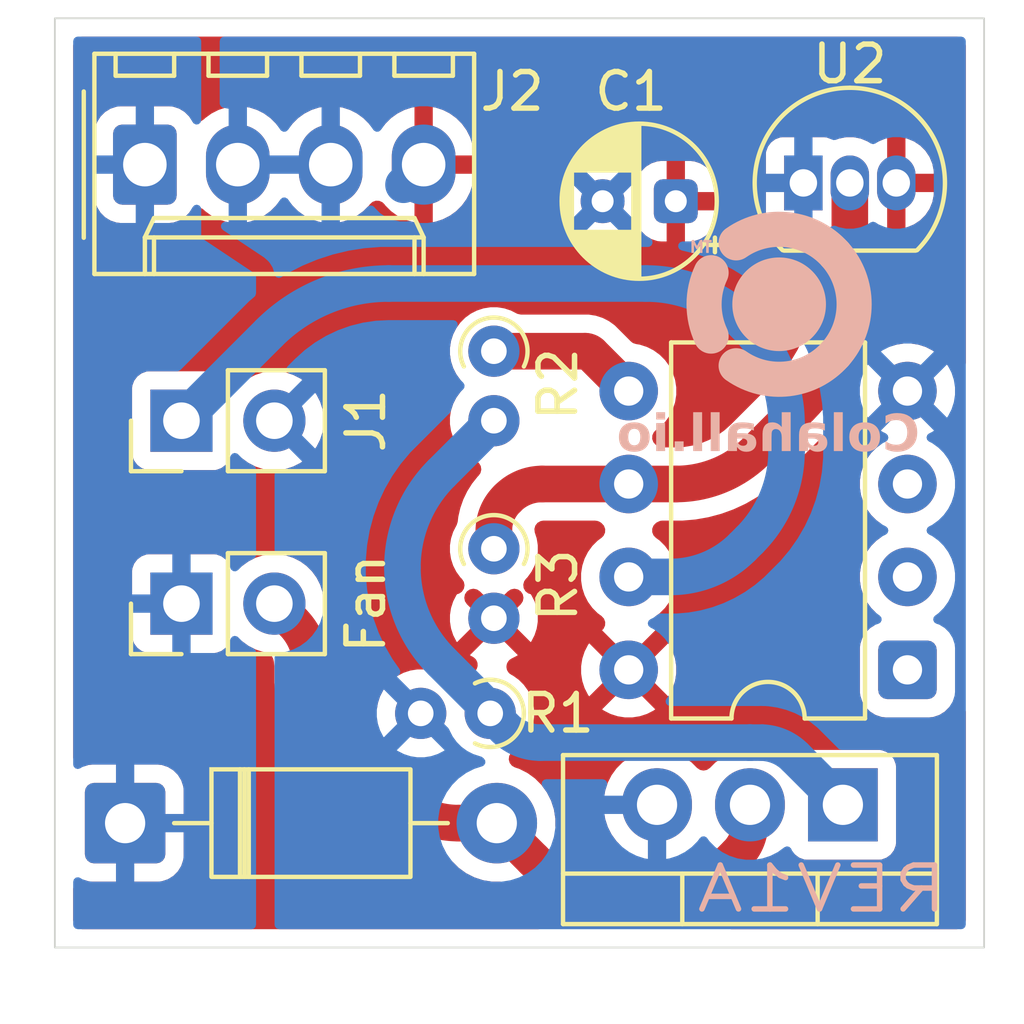
<source format=kicad_pcb>
(kicad_pcb (version 20241229) (generator "pcbnew") (generator_version "9.0")
  (layers (0 "F.Cu" signal) (2 "B.Cu" signal) (13 "F.Paste" user) (15 "B.Paste" user) (5 "F.SilkS" user "F.Silkscreen") (7 "B.SilkS" user "B.Silkscreen") (1 "F.Mask" user) (3 "B.Mask" user) (25 "Edge.Cuts" user))
  (net 0 "")
  (net 1 "GND")
  (net 2 "+5V")
  (net 3 "+12V")
  (net 4 "Net-(D1-A)")
  (net 5 "/UART_DEBUG_TX")
  (net 6 "Net-(Q1-G)")
  (net 7 "/PWM_SIGNAL")
  (net 10 "/TEMPERATURE_SIGNAL")
  (footprint "Resistor_THT:R_Axial_DIN0204_L3.6mm_D1.6mm_P1.90mm_Vertical" (layer "F.Cu") (at 42 44.5 -90)
    (property "Reference" "R3" (at 1 -1.75 270) (layer "F.SilkS"))
    (property "Value" "4.7k")
    (fp_arc (start 0.417133 0.82) (mid -0.92 0) (end 0.417133 -0.82) (stroke (width 0.12)) (layer "F.SilkS"))
    (pad "1" thru_hole circle (at 0 0 270) (size 1.4 1.4) (drill 0.7) (layers "*.Cu" "*.Mask") (net 10 "/TEMPERATURE_SIGNAL"))
    (pad "2" thru_hole circle (at 1.9 0 270) (size 1.4 1.4) (drill 0.7) (layers "*.Cu" "*.Mask") (net 2 "+5V"))
  )
  (footprint "Connector_PinHeader_2.54mm:PinHeader_1x02_P2.54mm_Vertical" (layer "F.Cu") (at 33.46 41 90)
    (property "Reference" "J1" (at 0 5.04 90) (layer "F.SilkS"))
    (property "Value" "UART_DBG" (hide yes))
    (fp_line (start -1.38 -1.38) (end 0 -1.38) (stroke (width 0.12)) (layer "F.SilkS"))
    (fp_line (start -1.38 0) (end -1.38 -1.38) (stroke (width 0.12)) (layer "F.SilkS"))
    (fp_line (start 1.38 1.27) (end 1.38 3.92) (stroke (width 0.12)) (layer "F.SilkS"))
    (fp_line (start -1.38 1.27) (end 1.38 1.27) (stroke (width 0.12)) (layer "F.SilkS"))
    (fp_line (start -1.38 1.27) (end -1.38 3.92) (stroke (width 0.12)) (layer "F.SilkS"))
    (fp_line (start -1.38 3.92) (end 1.38 3.92) (stroke (width 0.12)) (layer "F.SilkS"))
    (pad "1" thru_hole rect (at 0 0 90) (size 1.7 1.7) (drill 1) (layers "*.Cu" "*.Mask") (net 5 "/UART_DEBUG_TX"))
    (pad "2" thru_hole circle (at 0 2.54 90) (size 1.7 1.7) (drill 1) (layers "*.Cu" "*.Mask") (net 1 "GND"))
  )
  (footprint "Resistor_THT:R_Axial_DIN0204_L3.6mm_D1.6mm_P1.90mm_Vertical" (layer "F.Cu") (at 42 39.1 -90)
    (property "Reference" "R2" (at 0.9 -1.75 270) (layer "F.SilkS"))
    (property "Value" "100R")
    (fp_arc (start 0.417133 0.82) (mid -0.92 0) (end 0.417133 -0.82) (stroke (width 0.12)) (layer "F.SilkS"))
    (pad "1" thru_hole circle (at 0 0 270) (size 1.4 1.4) (drill 0.7) (layers "*.Cu" "*.Mask") (net 7 "/PWM_SIGNAL"))
    (pad "2" thru_hole circle (at 1.9 0 270) (size 1.4 1.4) (drill 0.7) (layers "*.Cu" "*.Mask") (net 6 "Net-(Q1-G)"))
  )
  (footprint "Diode_THT:D_DO-41_SOD81_P10.16mm_Horizontal" (layer "F.Cu") (at 31.92 52)
    (property "Reference" "D1" (hide yes))
    (property "Value" "1N4001")
    (fp_line (start 1.34 0) (end 2.36 0) (stroke (width 0.12)) (layer "F.SilkS"))
    (fp_line (start 3.14 -1.47) (end 3.14 1.47) (stroke (width 0.12)) (layer "F.SilkS"))
    (fp_line (start 3.26 -1.47) (end 3.26 1.47) (stroke (width 0.12)) (layer "F.SilkS"))
    (fp_line (start 3.38 -1.47) (end 3.38 1.47) (stroke (width 0.12)) (layer "F.SilkS"))
    (fp_line (start 8.82 0) (end 7.8 0) (stroke (width 0.12)) (layer "F.SilkS"))
    (fp_rect (start 2.36 -1.47) (end 7.8 1.47) (stroke (width 0.12)) (fill no) (layer "F.SilkS"))
    (pad "1" thru_hole roundrect (at 0 0) (size 2.2 2.2) (drill 1.1) (layers "*.Cu" "*.Mask") (roundrect_rratio 0.113636) (net 3 "+12V"))
    (pad "2" thru_hole circle (at 10.16 0) (size 2.2 2.2) (drill 1.1) (layers "*.Cu" "*.Mask") (net 4 "Net-(D1-A)"))
  )
  (footprint "Package_DIP:DIP-8_W7.62mm" (layer "F.Cu") (at 53.305 47.81 180)
    (property "Reference" "U1" (hide yes))
    (property "Value" "ATtiny85-20P")
    (fp_line (start 6.46 8.95) (end 6.46 -1.33) (stroke (width 0.12)) (layer "F.SilkS"))
    (fp_line (start 6.46 -1.33) (end 4.81 -1.33) (stroke (width 0.12)) (layer "F.SilkS"))
    (fp_line (start 2.81 -1.33) (end 1.16 -1.33) (stroke (width 0.12)) (layer "F.SilkS"))
    (fp_line (start 1.16 8.95) (end 6.46 8.95) (stroke (width 0.12)) (layer "F.SilkS"))
    (fp_line (start 1.16 -1.33) (end 1.16 8.95) (stroke (width 0.12)) (layer "F.SilkS"))
    (fp_arc (start 4.81 -1.33) (mid 3.81 -0.33) (end 2.81 -1.33) (stroke (width 0.12)) (layer "F.SilkS"))
    (pad "1" thru_hole roundrect (at 0 0 180) (size 1.6 1.6) (drill 0.8) (layers "*.Cu" "*.Mask") (roundrect_rratio 0.15625))
    (pad "2" thru_hole circle (at 0 2.54 180) (size 1.6 1.6) (drill 0.8) (layers "*.Cu" "*.Mask"))
    (pad "3" thru_hole circle (at 0 5.08 180) (size 1.6 1.6) (drill 0.8) (layers "*.Cu" "*.Mask"))
    (pad "4" thru_hole circle (at 0 7.62 180) (size 1.6 1.6) (drill 0.8) (layers "*.Cu" "*.Mask") (net 1 "GND"))
    (pad "5" thru_hole circle (at 7.62 7.62 180) (size 1.6 1.6) (drill 0.8) (layers "*.Cu" "*.Mask") (net 7 "/PWM_SIGNAL"))
    (pad "6" thru_hole circle (at 7.62 5.08 180) (size 1.6 1.6) (drill 0.8) (layers "*.Cu" "*.Mask") (net 10 "/TEMPERATURE_SIGNAL"))
    (pad "7" thru_hole circle (at 7.62 2.54 180) (size 1.6 1.6) (drill 0.8) (layers "*.Cu" "*.Mask") (net 5 "/UART_DEBUG_TX"))
    (pad "8" thru_hole circle (at 7.62 0 180) (size 1.6 1.6) (drill 0.8) (layers "*.Cu" "*.Mask") (net 2 "+5V"))
  )
  (footprint "Connector_PinHeader_2.54mm:PinHeader_1x02_P2.54mm_Vertical" (layer "F.Cu") (at 33.46 46 90)
    (property "Reference" "M1" (hide yes))
    (property "Value" "Fan" (at 0 5.04 90) (layer "F.SilkS"))
    (fp_line (start -1.38 -1.38) (end 0 -1.38) (stroke (width 0.12)) (layer "F.SilkS"))
    (fp_line (start -1.38 0) (end -1.38 -1.38) (stroke (width 0.12)) (layer "F.SilkS"))
    (fp_line (start 1.38 1.27) (end 1.38 3.92) (stroke (width 0.12)) (layer "F.SilkS"))
    (fp_line (start -1.38 1.27) (end 1.38 1.27) (stroke (width 0.12)) (layer "F.SilkS"))
    (fp_line (start -1.38 1.27) (end -1.38 3.92) (stroke (width 0.12)) (layer "F.SilkS"))
    (fp_line (start -1.38 3.92) (end 1.38 3.92) (stroke (width 0.12)) (layer "F.SilkS"))
    (pad "1" thru_hole rect (at 0 0 90) (size 1.7 1.7) (drill 1) (layers "*.Cu" "*.Mask") (net 3 "+12V"))
    (pad "2" thru_hole circle (at 0 2.54 90) (size 1.7 1.7) (drill 1) (layers "*.Cu" "*.Mask") (net 4 "Net-(D1-A)"))
  )
  (footprint "Package_TO_SOT_THT:TO-220-3_Vertical" (layer "F.Cu") (at 51.54 51.5 180)
    (property "Reference" "Q1" (hide yes))
    (property "Value" "IRF3808")
    (fp_line (start 7.65 1.36) (end -2.57 1.36) (stroke (width 0.12)) (layer "F.SilkS"))
    (fp_line (start 7.65 -3.26) (end 7.65 1.36) (stroke (width 0.12)) (layer "F.SilkS"))
    (fp_line (start 4.39 -3.26) (end 4.39 -1.88) (stroke (width 0.12)) (layer "F.SilkS"))
    (fp_line (start 0.69 -3.26) (end 0.69 -1.88) (stroke (width 0.12)) (layer "F.SilkS"))
    (fp_line (start -2.57 1.36) (end -2.57 -3.26) (stroke (width 0.12)) (layer "F.SilkS"))
    (fp_line (start -2.57 -1.88) (end 7.65 -1.88) (stroke (width 0.12)) (layer "F.SilkS"))
    (fp_line (start -2.57 -3.26) (end 7.65 -3.26) (stroke (width 0.12)) (layer "F.SilkS"))
    (pad "1" thru_hole rect (at 0 0 180) (size 1.905 2) (drill 1.1) (layers "*.Cu" "*.Mask") (net 6 "Net-(Q1-G)"))
    (pad "2" thru_hole oval (at 2.54 0 180) (size 1.905 2) (drill 1.1) (layers "*.Cu" "*.Mask") (net 4 "Net-(D1-A)"))
    (pad "3" thru_hole oval (at 5.08 0 180) (size 1.905 2) (drill 1.1) (layers "*.Cu" "*.Mask") (net 1 "GND"))
  )
  (footprint "Package_TO_SOT_THT:TO-92_Inline" (layer "F.Cu") (at 50.46 34.5)
    (property "Reference" "U2" (at 1.27 -3.25 0) (layer "F.SilkS"))
    (property "Value" "DS18B20")
    (fp_line (start -0.53 1.85) (end 3.07 1.85) (stroke (width 0.12)) (layer "F.SilkS"))
    (fp_arc (start -0.568478 1.838478) (mid -1.132087 -0.994977) (end 1.27 -2.6) (stroke (width 0.12)) (layer "F.SilkS"))
    (fp_arc (start 1.27 -2.6) (mid 3.672087 -0.994977) (end 3.108478 1.838478) (stroke (width 0.12)) (layer "F.SilkS"))
    (pad "1" thru_hole rect (at 0 0) (size 1.05 1.5) (drill 0.75) (layers "*.Cu" "*.Mask") (net 1 "GND"))
    (pad "2" thru_hole oval (at 1.27 0) (size 1.05 1.5) (drill 0.75) (layers "*.Cu" "*.Mask") (net 10 "/TEMPERATURE_SIGNAL"))
    (pad "3" thru_hole oval (at 2.54 0) (size 1.05 1.5) (drill 0.75) (layers "*.Cu" "*.Mask") (net 2 "+5V"))
  )
  (footprint "Connector_Molex:Molex_KK-254_AE-6410-04A_1x04_P2.54mm_Vertical" (layer "F.Cu") (at 32.46 34)
    (property "Reference" "J2" (at 10.04 -2 0) (layer "F.SilkS"))
    (property "Value" "Molex")
    (fp_line (start -1.67 -2) (end -1.67 2) (stroke (width 0.12)) (layer "F.SilkS"))
    (fp_line (start -1.38 -3.03) (end -1.38 2.99) (stroke (width 0.12)) (layer "F.SilkS"))
    (fp_line (start -1.38 2.99) (end 9 2.99) (stroke (width 0.12)) (layer "F.SilkS"))
    (fp_line (start -0.8 -3.03) (end -0.8 -2.43) (stroke (width 0.12)) (layer "F.SilkS"))
    (fp_line (start -0.8 -2.43) (end 0.8 -2.43) (stroke (width 0.12)) (layer "F.SilkS"))
    (fp_line (start 0 1.99) (end 0.25 1.46) (stroke (width 0.12)) (layer "F.SilkS"))
    (fp_line (start 0 1.99) (end 7.62 1.99) (stroke (width 0.12)) (layer "F.SilkS"))
    (fp_line (start 0 2.99) (end 0 1.99) (stroke (width 0.12)) (layer "F.SilkS"))
    (fp_line (start 0.25 1.46) (end 7.37 1.46) (stroke (width 0.12)) (layer "F.SilkS"))
    (fp_line (start 0.25 2.99) (end 0.25 1.99) (stroke (width 0.12)) (layer "F.SilkS"))
    (fp_line (start 0.8 -2.43) (end 0.8 -3.03) (stroke (width 0.12)) (layer "F.SilkS"))
    (fp_line (start 1.74 -3.03) (end 1.74 -2.43) (stroke (width 0.12)) (layer "F.SilkS"))
    (fp_line (start 1.74 -2.43) (end 3.34 -2.43) (stroke (width 0.12)) (layer "F.SilkS"))
    (fp_line (start 3.34 -2.43) (end 3.34 -3.03) (stroke (width 0.12)) (layer "F.SilkS"))
    (fp_line (start 4.28 -3.03) (end 4.28 -2.43) (stroke (width 0.12)) (layer "F.SilkS"))
    (fp_line (start 4.28 -2.43) (end 5.88 -2.43) (stroke (width 0.12)) (layer "F.SilkS"))
    (fp_line (start 5.88 -2.43) (end 5.88 -3.03) (stroke (width 0.12)) (layer "F.SilkS"))
    (fp_line (start 6.82 -3.03) (end 6.82 -2.43) (stroke (width 0.12)) (layer "F.SilkS"))
    (fp_line (start 6.82 -2.43) (end 8.42 -2.43) (stroke (width 0.12)) (layer "F.SilkS"))
    (fp_line (start 7.37 1.46) (end 7.62 1.99) (stroke (width 0.12)) (layer "F.SilkS"))
    (fp_line (start 7.37 2.99) (end 7.37 1.99) (stroke (width 0.12)) (layer "F.SilkS"))
    (fp_line (start 7.62 1.99) (end 7.62 2.99) (stroke (width 0.12)) (layer "F.SilkS"))
    (fp_line (start 8.42 -2.43) (end 8.42 -3.03) (stroke (width 0.12)) (layer "F.SilkS"))
    (fp_line (start 9 -3.03) (end -1.38 -3.03) (stroke (width 0.12)) (layer "F.SilkS"))
    (fp_line (start 9 2.99) (end 9 -3.03) (stroke (width 0.12)) (layer "F.SilkS"))
    (pad "1" thru_hole roundrect (at 0 0) (size 1.74 2.19) (drill 1.19) (layers "*.Cu" "*.Mask") (roundrect_rratio 0.143678) (net 3 "+12V"))
    (pad "2" thru_hole oval (at 2.54 0) (size 1.74 2.19) (drill 1.19) (layers "*.Cu" "*.Mask") (net 1 "GND"))
    (pad "3" thru_hole oval (at 5.08 0) (size 1.74 2.19) (drill 1.19) (layers "*.Cu" "*.Mask") (net 1 "GND"))
    (pad "4" thru_hole oval (at 7.62 0) (size 1.74 2.19) (drill 1.19) (layers "*.Cu" "*.Mask") (net 2 "+5V"))
  )
  (footprint "Capacitor_THT:CP_Radial_D4.0mm_P2.00mm" (layer "F.Cu") (at 46.9726 35 180)
    (property "Reference" "C1" (at 1.2226 3 0) (layer "F.SilkS"))
    (property "Value" "0.1u")
    (fp_line (start 3.08 -0.37) (end 3.08 0.37) (stroke (width 0.12)) (layer "F.SilkS"))
    (fp_line (start 3.04 -0.537) (end 3.04 0.537) (stroke (width 0.12)) (layer "F.SilkS"))
    (fp_line (start 3 -0.663) (end 3 0.663) (stroke (width 0.12)) (layer "F.SilkS"))
    (fp_line (start 2.96 -0.768) (end 2.96 0.768) (stroke (width 0.12)) (layer "F.SilkS"))
    (fp_line (start 2.92 -0.859) (end 2.92 0.859) (stroke (width 0.12)) (layer "F.SilkS"))
    (fp_line (start 2.88 -0.94) (end 2.88 0.94) (stroke (width 0.12)) (layer "F.SilkS"))
    (fp_line (start 2.84 -1.013) (end 2.84 1.013) (stroke (width 0.12)) (layer "F.SilkS"))
    (fp_line (start 2.8 0.84) (end 2.8 1.08) (stroke (width 0.12)) (layer "F.SilkS"))
    (fp_line (start 2.8 -1.08) (end 2.8 -0.84) (stroke (width 0.12)) (layer "F.SilkS"))
    (fp_line (start 2.76 0.84) (end 2.76 1.142) (stroke (width 0.12)) (layer "F.SilkS"))
    (fp_line (start 2.76 -1.142) (end 2.76 -0.84) (stroke (width 0.12)) (layer "F.SilkS"))
    (fp_line (start 2.72 0.84) (end 2.72 1.199) (stroke (width 0.12)) (layer "F.SilkS"))
    (fp_line (start 2.72 -1.199) (end 2.72 -0.84) (stroke (width 0.12)) (layer "F.SilkS"))
    (fp_line (start 2.68 0.84) (end 2.68 1.253) (stroke (width 0.12)) (layer "F.SilkS"))
    (fp_line (start 2.68 -1.253) (end 2.68 -0.84) (stroke (width 0.12)) (layer "F.SilkS"))
    (fp_line (start 2.64 0.84) (end 2.64 1.303) (stroke (width 0.12)) (layer "F.SilkS"))
    (fp_line (start 2.64 -1.303) (end 2.64 -0.84) (stroke (width 0.12)) (layer "F.SilkS"))
    (fp_line (start 2.6 0.84) (end 2.6 1.351) (stroke (width 0.12)) (layer "F.SilkS"))
    (fp_line (start 2.6 -1.351) (end 2.6 -0.84) (stroke (width 0.12)) (layer "F.SilkS"))
    (fp_line (start 2.56 0.84) (end 2.56 1.396) (stroke (width 0.12)) (layer "F.SilkS"))
    (fp_line (start 2.56 -1.396) (end 2.56 -0.84) (stroke (width 0.12)) (layer "F.SilkS"))
    (fp_line (start 2.52 0.84) (end 2.52 1.438) (stroke (width 0.12)) (layer "F.SilkS"))
    (fp_line (start 2.52 -1.438) (end 2.52 -0.84) (stroke (width 0.12)) (layer "F.SilkS"))
    (fp_line (start 2.48 0.84) (end 2.48 1.478) (stroke (width 0.12)) (layer "F.SilkS"))
    (fp_line (start 2.48 -1.478) (end 2.48 -0.84) (stroke (width 0.12)) (layer "F.SilkS"))
    (fp_line (start 2.44 0.84) (end 2.44 1.516) (stroke (width 0.12)) (layer "F.SilkS"))
    (fp_line (start 2.44 -1.516) (end 2.44 -0.84) (stroke (width 0.12)) (layer "F.SilkS"))
    (fp_line (start 2.4 0.84) (end 2.4 1.552) (stroke (width 0.12)) (layer "F.SilkS"))
    (fp_line (start 2.4 -1.552) (end 2.4 -0.84) (stroke (width 0.12)) (layer "F.SilkS"))
    (fp_line (start 2.36 0.84) (end 2.36 1.586) (stroke (width 0.12)) (layer "F.SilkS"))
    (fp_line (start 2.36 -1.586) (end 2.36 -0.84) (stroke (width 0.12)) (layer "F.SilkS"))
    (fp_line (start 2.32 0.84) (end 2.32 1.619) (stroke (width 0.12)) (layer "F.SilkS"))
    (fp_line (start 2.32 -1.619) (end 2.32 -0.84) (stroke (width 0.12)) (layer "F.SilkS"))
    (fp_line (start 2.28 0.84) (end 2.28 1.65) (stroke (width 0.12)) (layer "F.SilkS"))
    (fp_line (start 2.28 -1.65) (end 2.28 -0.84) (stroke (width 0.12)) (layer "F.SilkS"))
    (fp_line (start 2.24 0.84) (end 2.24 1.68) (stroke (width 0.12)) (layer "F.SilkS"))
    (fp_line (start 2.24 -1.68) (end 2.24 -0.84) (stroke (width 0.12)) (layer "F.SilkS"))
    (fp_line (start 2.2 0.84) (end 2.2 1.708) (stroke (width 0.12)) (layer "F.SilkS"))
    (fp_line (start 2.2 -1.708) (end 2.2 -0.84) (stroke (width 0.12)) (layer "F.SilkS"))
    (fp_line (start 2.16 0.84) (end 2.16 1.734) (stroke (width 0.12)) (layer "F.SilkS"))
    (fp_line (start 2.16 -1.734) (end 2.16 -0.84) (stroke (width 0.12)) (layer "F.SilkS"))
    (fp_line (start 2.12 0.84) (end 2.12 1.76) (stroke (width 0.12)) (layer "F.SilkS"))
    (fp_line (start 2.12 -1.76) (end 2.12 -0.84) (stroke (width 0.12)) (layer "F.SilkS"))
    (fp_line (start 2.08 0.84) (end 2.08 1.784) (stroke (width 0.12)) (layer "F.SilkS"))
    (fp_line (start 2.08 -1.784) (end 2.08 -0.84) (stroke (width 0.12)) (layer "F.SilkS"))
    (fp_line (start 2.04 0.84) (end 2.04 1.807) (stroke (width 0.12)) (layer "F.SilkS"))
    (fp_line (start 2.04 -1.807) (end 2.04 -0.84) (stroke (width 0.12)) (layer "F.SilkS"))
    (fp_line (start 2 0.84) (end 2 1.829) (stroke (width 0.12)) (layer "F.SilkS"))
    (fp_line (start 2 -1.829) (end 2 -0.84) (stroke (width 0.12)) (layer "F.SilkS"))
    (fp_line (start 1.96 0.84) (end 1.96 1.85) (stroke (width 0.12)) (layer "F.SilkS"))
    (fp_line (start 1.96 -1.85) (end 1.96 -0.84) (stroke (width 0.12)) (layer "F.SilkS"))
    (fp_line (start 1.92 0.84) (end 1.92 1.87) (stroke (width 0.12)) (layer "F.SilkS"))
    (fp_line (start 1.92 -1.87) (end 1.92 -0.84) (stroke (width 0.12)) (layer "F.SilkS"))
    (fp_line (start 1.88 0.84) (end 1.88 1.889) (stroke (width 0.12)) (layer "F.SilkS"))
    (fp_line (start 1.88 -1.889) (end 1.88 -0.84) (stroke (width 0.12)) (layer "F.SilkS"))
    (fp_line (start 1.84 0.84) (end 1.84 1.906) (stroke (width 0.12)) (layer "F.SilkS"))
    (fp_line (start 1.84 -1.906) (end 1.84 -0.84) (stroke (width 0.12)) (layer "F.SilkS"))
    (fp_line (start 1.8 0.84) (end 1.8 1.923) (stroke (width 0.12)) (layer "F.SilkS"))
    (fp_line (start 1.8 -1.923) (end 1.8 -0.84) (stroke (width 0.12)) (layer "F.SilkS"))
    (fp_line (start 1.76 0.84) (end 1.76 1.939) (stroke (width 0.12)) (layer "F.SilkS"))
    (fp_line (start 1.76 -1.939) (end 1.76 -0.84) (stroke (width 0.12)) (layer "F.SilkS"))
    (fp_line (start 1.72 0.84) (end 1.72 1.954) (stroke (width 0.12)) (layer "F.SilkS"))
    (fp_line (start 1.72 -1.954) (end 1.72 -0.84) (stroke (width 0.12)) (layer "F.SilkS"))
    (fp_line (start 1.68 0.84) (end 1.68 1.968) (stroke (width 0.12)) (layer "F.SilkS"))
    (fp_line (start 1.68 -1.968) (end 1.68 -0.84) (stroke (width 0.12)) (layer "F.SilkS"))
    (fp_line (start 1.64 0.84) (end 1.64 1.981) (stroke (width 0.12)) (layer "F.SilkS"))
    (fp_line (start 1.64 -1.981) (end 1.64 -0.84) (stroke (width 0.12)) (layer "F.SilkS"))
    (fp_line (start 1.6 0.84) (end 1.6 1.993) (stroke (width 0.12)) (layer "F.SilkS"))
    (fp_line (start 1.6 -1.993) (end 1.6 -0.84) (stroke (width 0.12)) (layer "F.SilkS"))
    (fp_line (start 1.56 0.84) (end 1.56 2.005) (stroke (width 0.12)) (layer "F.SilkS"))
    (fp_line (start 1.56 -2.005) (end 1.56 -0.84) (stroke (width 0.12)) (layer "F.SilkS"))
    (fp_line (start 1.52 0.84) (end 1.52 2.015) (stroke (width 0.12)) (layer "F.SilkS"))
    (fp_line (start 1.52 -2.015) (end 1.52 -0.84) (stroke (width 0.12)) (layer "F.SilkS"))
    (fp_line (start 1.48 0.84) (end 1.48 2.025) (stroke (width 0.12)) (layer "F.SilkS"))
    (fp_line (start 1.48 -2.025) (end 1.48 -0.84) (stroke (width 0.12)) (layer "F.SilkS"))
    (fp_line (start 1.44 0.84) (end 1.44 2.034) (stroke (width 0.12)) (layer "F.SilkS"))
    (fp_line (start 1.44 -2.034) (end 1.44 -0.84) (stroke (width 0.12)) (layer "F.SilkS"))
    (fp_line (start 1.4 0.84) (end 1.4 2.042) (stroke (width 0.12)) (layer "F.SilkS"))
    (fp_line (start 1.4 -2.042) (end 1.4 -0.84) (stroke (width 0.12)) (layer "F.SilkS"))
    (fp_line (start 1.36 0.84) (end 1.36 2.049) (stroke (width 0.12)) (layer "F.SilkS"))
    (fp_line (start 1.36 -2.049) (end 1.36 -0.84) (stroke (width 0.12)) (layer "F.SilkS"))
    (fp_line (start 1.32 0.84) (end 1.32 2.056) (stroke (width 0.12)) (layer "F.SilkS"))
    (fp_line (start 1.32 -2.056) (end 1.32 -0.84) (stroke (width 0.12)) (layer "F.SilkS"))
    (fp_line (start 1.28 0.84) (end 1.28 2.061) (stroke (width 0.12)) (layer "F.SilkS"))
    (fp_line (start 1.28 -2.061) (end 1.28 -0.84) (stroke (width 0.12)) (layer "F.SilkS"))
    (fp_line (start 1.24 0.84) (end 1.24 2.066) (stroke (width 0.12)) (layer "F.SilkS"))
    (fp_line (start 1.24 -2.066) (end 1.24 -0.84) (stroke (width 0.12)) (layer "F.SilkS"))
    (fp_line (start 1.2 0.84) (end 1.2 2.071) (stroke (width 0.12)) (layer "F.SilkS"))
    (fp_line (start 1.2 -2.071) (end 1.2 -0.84) (stroke (width 0.12)) (layer "F.SilkS"))
    (fp_line (start 1.16 -2.074) (end 1.16 2.074) (stroke (width 0.12)) (layer "F.SilkS"))
    (fp_line (start 1.12 -2.077) (end 1.12 2.077) (stroke (width 0.12)) (layer "F.SilkS"))
    (fp_line (start 1.08 -2.078) (end 1.08 2.078) (stroke (width 0.12)) (layer "F.SilkS"))
    (fp_line (start 1.04 -2.08) (end 1.04 2.08) (stroke (width 0.12)) (layer "F.SilkS"))
    (fp_line (start 1 -2.08) (end 1 2.08) (stroke (width 0.12)) (layer "F.SilkS"))
    (fp_line (start -1.069801 -1.395) (end -1.069801 -0.995) (stroke (width 0.12)) (layer "F.SilkS"))
    (fp_line (start -1.269801 -1.195) (end -0.869801 -1.195) (stroke (width 0.12)) (layer "F.SilkS"))
    (fp_circle (center 1 0) (end 3.12 0) (stroke (width 0.12)) (fill no) (layer "F.SilkS"))
    (pad "1" thru_hole roundrect (at 0 0 180) (size 1.2 1.2) (drill 0.6) (layers "*.Cu" "*.Mask") (roundrect_rratio 0.208333) (net 2 "+5V"))
    (pad "2" thru_hole circle (at 2 0 180) (size 1.2 1.2) (drill 0.6) (layers "*.Cu" "*.Mask") (net 1 "GND"))
  )
  (footprint "Resistor_THT:R_Axial_DIN0204_L3.6mm_D1.6mm_P1.90mm_Vertical" (layer "F.Cu") (at 41.9 49 180)
    (property "Reference" "R1" (at -1.85 0 180) (layer "F.SilkS"))
    (property "Value" "10k")
    (fp_arc (start 0.417133 0.82) (mid -0.92 0) (end 0.417133 -0.82) (stroke (width 0.12)) (layer "F.SilkS"))
    (pad "1" thru_hole circle (at 0 0 180) (size 1.4 1.4) (drill 0.7) (layers "*.Cu" "*.Mask") (net 6 "Net-(Q1-G)"))
    (pad "2" thru_hole circle (at 1.9 0 180) (size 1.4 1.4) (drill 0.7) (layers "*.Cu" "*.Mask") (net 1 "GND"))
  )
  (gr_curve (pts (xy 51.329247 36.454798) (xy 50.637783 35.677805) (xy 49.474028 35.541781) (xy 48.622015 36.138367)) (stroke (width 0.96) (color 82 110 182 1)) (layer "B.SilkS"))
  (gr_curve (pts (xy 48.622014 39.496891) (xy 49.474028 40.093477) (xy 50.637783 39.957454) (xy 51.329248 39.180461)) (stroke (width 0.96) (color 82 110 182 1)) (layer "B.SilkS"))
  (gr_poly (pts (xy 47.730086 36.114107) (xy 47.811366 36.114107) (xy 47.811366 36.403667) (xy 47.864706 36.403667) (xy 47.864706 36.114107) (xy 47.946409 36.114107) (xy 47.946409 36.067964) (xy 47.730086 36.067964)) (stroke (width 0.02)) (fill yes) (layer "B.SilkS"))
  (gr_poly (pts (xy 47.661906 36.067982) (xy 47.660249 36.068037) (xy 47.658652 36.068128) (xy 47.657114 36.068255) (xy 47.655635 36.068419) (xy 47.654216 36.068619) (xy 47.652857 36.068855) (xy 47.651557 36.069128) (xy 47.650317 36.069437) (xy 47.649136 36.069783) (xy 47.648015 36.070165) (xy 47.646954 36.070583) (xy 47.645951 36.071038) (xy 47.645009 36.071529) (xy 47.644126 36.072057) (xy 47.643302 36.072621) (xy 47.642512 36.07318) (xy 47.641728 36.073798) (xy 47.640951 36.074476) (xy 47.64018 36.075214) (xy 47.639416 36.076011) (xy 47.638659 36.076867) (xy 47.637908 36.077783) (xy 47.637164 36.078759) (xy 47.636426 36.079794) (xy 47.635695 36.080889) (xy 47.634971 36.082043) (xy 47.634254 36.083257) (xy 47.633542 36.08453) (xy 47.632838 36.085863) (xy 47.63214 36.087255) (xy 47.631449 36.088707) (xy 47.551439 36.241954) (xy 47.461269 36.067964) (xy 47.445183 36.067964) (xy 47.442846 36.067997) (xy 47.440599 36.068096) (xy 47.438441 36.068262) (xy 47.436372 36.068493) (xy 47.434393 36.068791) (xy 47.432503 36.069155) (xy 47.430702 36.069585) (xy 47.42899 36.070081) (xy 47.427368 36.070643) (xy 47.425835 36.071271) (xy 47.424392 36.071966) (xy 47.423037 36.072727) (xy 47.421772 36.073553) (xy 47.420596 36.074446) (xy 47.41951 36.075405) (xy 47.418513 36.076431) (xy 47.417539 36.077476) (xy 47.416628 36.0786) (xy 47.415779 36.079804) (xy 47.414994 36.081087) (xy 47.414271 36.08245) (xy 47.413612 36.083892) (xy 47.413015 36.085413) (xy 47.41248 36.087014) (xy 47.412009 36.088694) (xy 47.411601 36.090454) (xy 47.411255 36.092292) (xy 47.410972 36.094211) (xy 47.410752 36.096208) (xy 47.410595 36.098285) (xy 47.410501 36.100442) (xy 47.41047 36.102677) (xy 47.41047 36.403667) (xy 47.461693 36.403667) (xy 47.461693 36.150937) (xy 47.539163 36.300797) (xy 47.570489 36.300797) (xy 47.645419 36.152631) (xy 47.645419 36.403667) (xy 47.692409 36.403667) (xy 47.692409 36.067964) (xy 47.663622 36.067964)) (stroke (width 0.02)) (fill yes) (layer "B.SilkS"))
  (gr_curve (pts (xy 51.329248 39.180461) (xy 52.020712 38.403468) (xy 52.020712 37.23179) (xy 51.329247 36.454798)) (stroke (width 0.96) (color 82 110 182 1)) (layer "B.SilkS"))
  (gr_poly (pts (xy 49.731801 36.538824) (xy 49.666797 36.543767) (xy 49.602738 36.551907) (xy 49.539705 36.563163) (xy 49.477778 36.577456) (xy 49.417037 36.594705) (xy 49.357563 36.614828) (xy 49.299436 36.637747) (xy 49.242737 36.66338) (xy 49.187546 36.691647) (xy 49.133943 36.722468) (xy 49.08201 36.755762) (xy 49.031825 36.791449) (xy 48.983471 36.829448) (xy 48.937027 36.869679) (xy 48.892573 36.912062) (xy 48.85019 36.956515) (xy 48.809959 37.002959) (xy 48.77196 37.051314) (xy 48.736274 37.101498) (xy 48.70298 37.153432) (xy 48.672159 37.207034) (xy 48.643892 37.262225) (xy 48.618258 37.318925) (xy 48.59534 37.377051) (xy 48.575216 37.436525) (xy 48.557967 37.497266) (xy 48.543675 37.559194) (xy 48.532418 37.622227) (xy 48.524278 37.686286) (xy 48.519335 37.75129) (xy 48.51767 37.817158) (xy 48.519335 37.883027) (xy 48.524278 37.948031) (xy 48.532418 38.01209) (xy 48.543675 38.075123) (xy 48.557967 38.13705) (xy 48.575216 38.197791) (xy 48.59534 38.257265) (xy 48.618258 38.315392) (xy 48.643892 38.372091) (xy 48.672159 38.427282) (xy 48.70298 38.480885) (xy 48.736274 38.532818) (xy 48.77196 38.583003) (xy 48.809959 38.631357) (xy 48.85019 38.677801) (xy 48.892573 38.722255) (xy 48.937027 38.764638) (xy 48.983471 38.804869) (xy 49.031825 38.842868) (xy 49.08201 38.878554) (xy 49.133943 38.911848) (xy 49.187546 38.942669) (xy 49.242737 38.970936) (xy 49.299436 38.99657) (xy 49.357563 39.019488) (xy 49.417037 39.039612) (xy 49.477778 39.056861) (xy 49.539705 39.071153) (xy 49.602738 39.08241) (xy 49.666797 39.09055) (xy 49.731801 39.095493) (xy 49.79767 39.097158) (xy 49.863538 39.095493) (xy 49.928542 39.09055) (xy 49.992601 39.08241) (xy 50.055634 39.071153) (xy 50.117562 39.056861) (xy 50.178303 39.039612) (xy 50.237777 39.019488) (xy 50.295903 38.99657) (xy 50.352603 38.970936) (xy 50.407794 38.942669) (xy 50.461396 38.911848) (xy 50.51333 38.878554) (xy 50.563514 38.842868) (xy 50.611869 38.804869) (xy 50.658313 38.764638) (xy 50.702766 38.722255) (xy 50.745149 38.677801) (xy 50.78538 38.631357) (xy 50.823379 38.583003) (xy 50.859066 38.532818) (xy 50.89236 38.480885) (xy 50.923181 38.427282) (xy 50.951448 38.372091) (xy 50.977081 38.315392) (xy 51 38.257265) (xy 51.020123 38.197791) (xy 51.037372 38.13705) (xy 51.051665 38.075123) (xy 51.062921 38.01209) (xy 51.071061 37.948031) (xy 51.076004 37.883027) (xy 51.07767 37.817158) (xy 51.076004 37.75129) (xy 51.071061 37.686286) (xy 51.062921 37.622227) (xy 51.051665 37.559194) (xy 51.037372 37.497266) (xy 51.020123 37.436525) (xy 51 37.377051) (xy 50.977081 37.318925) (xy 50.951448 37.262225) (xy 50.923181 37.207034) (xy 50.89236 37.153432) (xy 50.859066 37.101498) (xy 50.823379 37.051314) (xy 50.78538 37.002959) (xy 50.745149 36.956515) (xy 50.702766 36.912062) (xy 50.658313 36.869679) (xy 50.611869 36.829448) (xy 50.563514 36.791449) (xy 50.51333 36.755762) (xy 50.461396 36.722468) (xy 50.407794 36.691647) (xy 50.352603 36.66338) (xy 50.295903 36.637747) (xy 50.237777 36.614828) (xy 50.178303 36.594705) (xy 50.117562 36.577456) (xy 50.055634 36.563163) (xy 49.992601 36.551907) (xy 49.928542 36.543767) (xy 49.863538 36.538824) (xy 49.79767 36.537158)) (stroke (width 0) (color 46 58 89 1)) (fill yes) (layer "B.SilkS"))
  (gr_curve (pts (xy 47.937742 36.954218) (xy 47.681651 37.503409) (xy 47.681651 38.137761) (xy 47.937743 38.686952)) (stroke (width 0.96) (color 253 125 32 1)) (layer "B.SilkS"))
  (gr_rect (start 30 30) (end 55.4 55.4) (stroke (width 0.05)) (fill no) (layer "Edge.Cuts"))
  (gr_text "REV1A" (at 54.5 54.5 0) (layer "B.SilkS") (effects (font (size 1.2 1.5)) (justify left bottom mirror)))
  (gr_text "Colahall.io" (at 49.5 42 0) (layer "B.SilkS") (effects (font (size 1 1) (thickness 0.25) (bold yes)) (justify bottom mirror)))
  (segment (start 39.529731 34.550269) (end 40.08 34) (width 1) (layer "B.Cu") (net 2))
  (segment (start 46.439339 54) (end 45.494213 54) (width 1) (layer "F.Cu") (net 4))
  (segment (start 43.08 53) (end 42.58 52.5) (width 1) (layer "F.Cu") (net 4))
  (segment (start 41.04 52) (end 41.372893 52) (width 1) (layer "F.Cu") (net 4))
  (segment (start 49 52) (end 49 51.5) (width 1) (layer "F.Cu") (net 4))
  (segment (start 37.707106 49.707106) (end 39.264608 51.264608) (width 1) (layer "F.Cu") (net 4))
  (segment (start 37 48) (end 37 47.707106) (width 1) (layer "F.Cu") (net 4))
  (segment (start 36.5 46.5) (end 36 46) (width 1) (layer "F.Cu") (net 4))
  (segment (start 48.646446 52.853553) (end 48.25 53.25) (width 1) (layer "F.Cu") (net 4))
  (arc (start 41.04 52) (mid 40.079165 51.808877) (end 39.264608 51.264608) (width 1) (layer "F.Cu") (net 4))
  (arc (start 45.494213 54) (mid 44.18765 53.740108) (end 43.08 53) (width 1) (layer "F.Cu") (net 4))
  (arc (start 37 48) (mid 37.18377 48.923879) (end 37.707106 49.707106) (width 1) (layer "F.Cu") (net 4))
  (arc (start 36.5 46.5) (mid 36.870054 47.053825) (end 37 47.707106) (width 1) (layer "F.Cu") (net 4))
  (arc (start 49 52) (mid 48.908114 52.461939) (end 48.646446 52.853553) (width 1) (layer "F.Cu") (net 4))
  (arc (start 46.439339 54) (mid 47.419261 53.805081) (end 48.25 53.25) (width 1) (layer "F.Cu") (net 4))
  (arc (start 41.372893 52) (mid 42.026174 52.129945) (end 42.58 52.5) (width 1) (layer "F.Cu") (net 4))
  (segment (start 39.125868 37.25) (end 46.159009 37.25) (width 1) (layer "B.Cu") (net 5))
  (segment (start 46.8325 45.27) (end 45.685 45.27) (width 1) (layer "B.Cu") (net 5))
  (segment (start 50 41.821644) (end 50 41.09099) (width 1) (layer "B.Cu") (net 5))
  (segment (start 48.99 44.26) (end 48.791405 44.458594) (width 1) (layer "B.Cu") (net 5))
  (segment (start 35.855276 38.604723) (end 33.46 41) (width 1) (layer "B.Cu") (net 5))
  (arc (start 48.875 38.375) (mid 49.707622 39.621106) (end 50 41.09099) (width 1) (layer "B.Cu") (net 5))
  (arc (start 48.875 38.375) (mid 47.628892 37.542377) (end 46.159009 37.25) (width 1) (layer "B.Cu") (net 5))
  (arc (start 48.99 44.26) (mid 49.737509 43.141272) (end 50 41.821644) (width 1) (layer "B.Cu") (net 5))
  (arc (start 48.791405 44.458594) (mid 47.892651 45.059122) (end 46.8325 45.27) (width 1) (layer "B.Cu") (net 5))
  (arc (start 35.855276 38.604723) (mid 37.355836 37.602081) (end 39.125868 37.25) (width 1) (layer "B.Cu") (net 5))
  (segment (start 49.000514 49.799514) (end 49 49.799) (width 1) (layer "B.Cu") (net 6))
  (segment (start 42.2995 49.3995) (end 41.9 49) (width 1) (layer "B.Cu") (net 6))
  (segment (start 49.334825 49.799514) (end 49.000514 49.799514) (width 1) (layer "B.Cu") (net 6))
  (segment (start 49 49.799) (end 43.263978 49.799) (width 1) (layer "B.Cu") (net 6))
  (segment (start 41.928748 49.028748) (end 42.15 49.25) (width 1) (layer "B.Cu") (net 6))
  (segment (start 40.567266 42.432733) (end 42 41) (width 1) (layer "B.Cu") (net 6))
  (segment (start 51.54 51.5) (end 50.23285 50.19285) (width 1) (layer "B.Cu") (net 6))
  (segment (start 41.871251 48.889937) (end 40.567266 47.585952) (width 1) (layer "B.Cu") (net 6))
  (arc (start 40.567266 42.432733) (mid 39.777373 43.614891) (end 39.5 45.009343) (width 1) (layer "B.Cu") (net 6))
  (arc (start 40.567266 47.585952) (mid 39.777373 46.403793) (end 39.5 45.009343) (width 1) (layer "B.Cu") (net 6))
  (arc (start 41.871251 48.889937) (mid 41.892528 48.92178) (end 41.9 48.959343) (width 1) (layer "B.Cu") (net 6))
  (arc (start 41.9 48.959343) (mid 41.907471 48.996904) (end 41.928748 49.028748) (width 1) (layer "B.Cu") (net 6))
  (arc (start 43.263978 49.799) (mid 42.742006 49.695173) (end 42.2995 49.3995) (width 1) (layer "B.Cu") (net 6))
  (arc (start 50.23285 50.19285) (mid 49.820894 49.9117) (end 49.334825 49.799514) (width 1) (layer "B.Cu") (net 6))
  (segment (start 44.665347 39.170347) (end 45.685 40.19) (width 1) (layer "F.Cu") (net 7))
  (segment (start 44.495514 39.1) (end 42 39.1) (width 1) (layer "F.Cu") (net 7))
  (arc (start 44.495514 39.1) (mid 44.587427 39.118282) (end 44.665347 39.170347) (width 1) (layer "F.Cu") (net 7))
  (segment (start 42 44) (end 42 44.5) (width 1) (layer "F.Cu") (net 10))
  (segment (start 45.685 42.73) (end 43.314472 42.73) (width 1) (layer "F.Cu") (net 10))
  (segment (start 46.9775 42.73) (end 45.685 42.73) (width 1) (layer "F.Cu") (net 10))
  (segment (start 50.375276 40.624723) (end 49.183935 41.816064) (width 1) (layer "F.Cu") (net 10))
  (segment (start 51.73 37.354131) (end 51.73 34.5) (width 1) (layer "F.Cu") (net 10))
  (segment (start 42.384999 43.114999) (end 42.353553 43.146446) (width 1) (layer "F.Cu") (net 10))
  (arc (start 42.384999 43.114999) (mid 42.811445 42.830057) (end 43.314472 42.73) (width 1) (layer "F.Cu") (net 10))
  (arc (start 50.375276 40.624723) (mid 51.377918 39.124162) (end 51.73 37.354131) (width 1) (layer "F.Cu") (net 10))
  (arc (start 42 44) (mid 42.091885 43.53806) (end 42.353553 43.146446) (width 1) (layer "F.Cu") (net 10))
  (arc (start 46.9775 42.73) (mid 48.171614 42.492475) (end 49.183935 41.816064) (width 1) (layer "F.Cu") (net 10))
  (zone (net 2) (net_name "+5V") (layer "F.Cu") (connect_pads (clearance 0.5)) (min_thickness 0.5) (fill yes (thermal_gap 0.5) (thermal_bridge_width 0.5))
    (polygon (pts (xy 28.5 29.5) (xy 56.5 29.5) (xy 56.5 57) (xy 28.5 57.5)))
  )
  (zone (net 1) (net_name "GND") (layer "B.Cu") (priority 1) (connect_pads (clearance 0.5)) (min_thickness 0.25) (fill yes (thermal_gap 0.5) (thermal_bridge_width 0.5))
    (polygon (pts (xy 56.5 29.5) (xy 56.5 57.5) (xy 35.5 57.5) (xy 35.5 37) (xy 34 36) (xy 34 29.5)))
  )
  (zone (net 3) (net_name "+12V") (layer "B.Cu") (priority 2) (connect_pads (clearance 0.5)) (min_thickness 0.25) (fill yes (thermal_gap 0.5) (thermal_bridge_width 0.5))
    (polygon (pts (xy 28.5 29.5) (xy 28.5 57.5) (xy 35.5 57.5) (xy 35.5 37) (xy 34 36) (xy 34 29.5)))
  )
)
</source>
